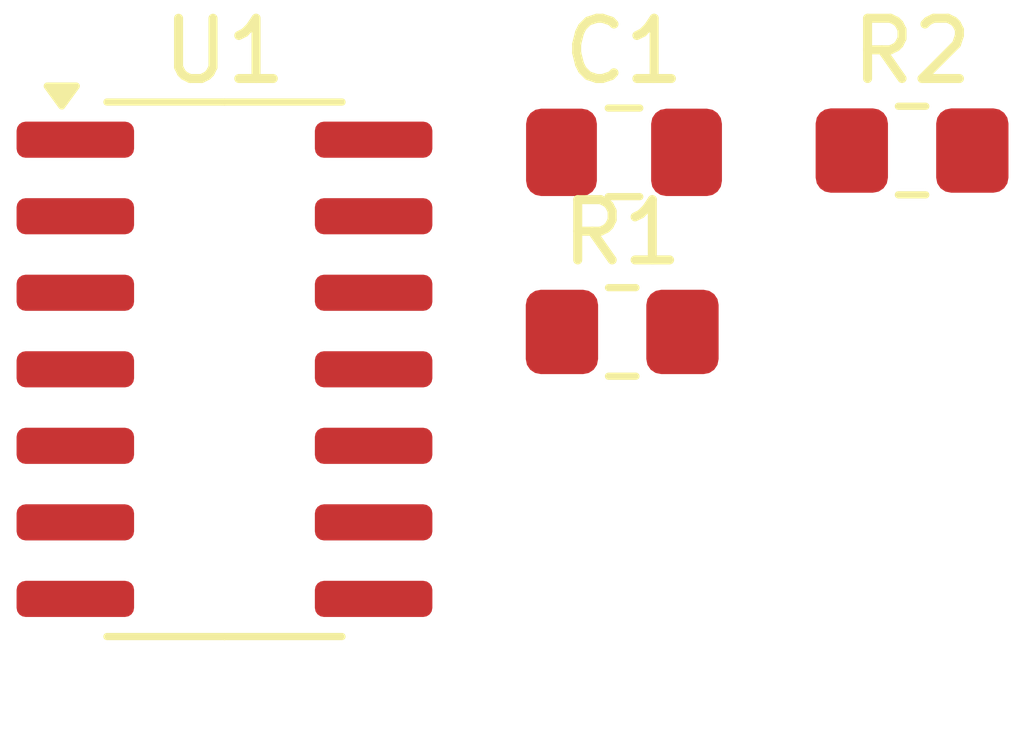
<source format=kicad_pcb>
(kicad_pcb (version 20240108) (generator "pcbnew") (generator_version "8.0")
  (layers (0 "F.Cu" signal) (31 "B.Cu" signal) (34 "B.Paste" user) (35 "F.Paste" user) (36 "B.SilkS" user "B.Silkscreen") (37 "F.SilkS" user "F.Silkscreen") (38 "B.Mask" user) (39 "F.Mask" user) (44 "Edge.Cuts" user))
  (net 0 "")
  (net 1 "Net-(C1-Pad1)")
  (net 2 "Net-(C1-Pad2)")
  (net 3 "Net-(R1-Pad2)")
  (net 4 "Net-(R2-Pad2)")
  (net 5 "GND")
  (net 6 "VCC")
  (footprint "Resistor_SMD:R_0805_2012Metric_Pad1.20x1.40mm_HandSolder" (layer "F.Cu") (at 136.225 85.695)
    (property "Reference" "R2" (at 0 -1.65 0) (layer "F.SilkS"))
    (property "Value" "R")
    (fp_line (start -0.227064 -0.735) (end 0.227064 -0.735) (stroke (width 0.12)) (layer "F.SilkS"))
    (fp_line (start -0.227064 0.735) (end 0.227064 0.735) (stroke (width 0.12)) (layer "F.SilkS"))
    (pad "1" smd roundrect (at -1 0) (size 1.2 1.4) (layers "F.Cu" "F.Paste" "F.Mask") (roundrect_rratio 0.208333) (net 1 "Net-(C1-Pad1)"))
    (pad "2" smd roundrect (at 1 0) (size 1.2 1.4) (layers "F.Cu" "F.Paste" "F.Mask") (roundrect_rratio 0.208333) (net 4 "Net-(R2-Pad2)"))
  )
  (footprint "Resistor_SMD:R_0805_2012Metric_Pad1.20x1.40mm_HandSolder" (layer "F.Cu") (at 131.415 88.705)
    (property "Reference" "R1" (at 0 -1.65 0) (layer "F.SilkS"))
    (property "Value" "R")
    (fp_line (start -0.227064 -0.735) (end 0.227064 -0.735) (stroke (width 0.12)) (layer "F.SilkS"))
    (fp_line (start -0.227064 0.735) (end 0.227064 0.735) (stroke (width 0.12)) (layer "F.SilkS"))
    (pad "1" smd roundrect (at -1 0) (size 1.2 1.4) (layers "F.Cu" "F.Paste" "F.Mask") (roundrect_rratio 0.208333) (net 1 "Net-(C1-Pad1)"))
    (pad "2" smd roundrect (at 1 0) (size 1.2 1.4) (layers "F.Cu" "F.Paste" "F.Mask") (roundrect_rratio 0.208333) (net 3 "Net-(R1-Pad2)"))
  )
  (footprint "Capacitor_SMD:C_0805_2012Metric_Pad1.18x1.45mm_HandSolder" (layer "F.Cu") (at 131.445 85.725)
    (property "Reference" "C1" (at 0 -1.68 0) (layer "F.SilkS"))
    (property "Value" "C")
    (fp_line (start -0.261252 -0.735) (end 0.261252 -0.735) (stroke (width 0.12)) (layer "F.SilkS"))
    (fp_line (start -0.261252 0.735) (end 0.261252 0.735) (stroke (width 0.12)) (layer "F.SilkS"))
    (pad "1" smd roundrect (at -1.0375 0) (size 1.175 1.45) (layers "F.Cu" "F.Paste" "F.Mask") (roundrect_rratio 0.212766) (net 1 "Net-(C1-Pad1)"))
    (pad "2" smd roundrect (at 1.0375 0) (size 1.175 1.45) (layers "F.Cu" "F.Paste" "F.Mask") (roundrect_rratio 0.212766) (net 2 "Net-(C1-Pad2)"))
  )
  (footprint "Package_SO:SOIC-14_3.9x8.7mm_P1.27mm" (layer "F.Cu") (at 124.815 89.325)
    (property "Reference" "U1" (at 0 -5.28 0) (layer "F.SilkS"))
    (property "Value" "74HC00")
    (fp_line (start 0 -4.435) (end -1.95 -4.435) (stroke (width 0.12)) (layer "F.SilkS"))
    (fp_line (start 0 -4.435) (end 1.95 -4.435) (stroke (width 0.12)) (layer "F.SilkS"))
    (fp_line (start 0 4.435) (end -1.95 4.435) (stroke (width 0.12)) (layer "F.SilkS"))
    (fp_line (start 0 4.435) (end 1.95 4.435) (stroke (width 0.12)) (layer "F.SilkS"))
    (fp_poly (pts (xy -2.7 -4.37) (xy -2.94 -4.7) (xy -2.46 -4.7) (xy -2.7 -4.37)) (stroke (width 0.12)) (fill solid) (layer "F.SilkS"))
    (pad "1" smd roundrect (at -2.475 -3.81) (size 1.95 0.6) (layers "F.Cu" "F.Paste" "F.Mask") (net 3 "Net-(R1-Pad2)"))
    (pad "2" smd roundrect (at -2.475 -2.54) (size 1.95 0.6) (layers "F.Cu" "F.Paste" "F.Mask") (net 3 "Net-(R1-Pad2)"))
    (pad "3" smd roundrect (at -2.475 -1.27) (size 1.95 0.6) (layers "F.Cu" "F.Paste" "F.Mask") (net 4 "Net-(R2-Pad2)"))
    (pad "4" smd roundrect (at -2.475 0) (size 1.95 0.6) (layers "F.Cu" "F.Paste" "F.Mask") (net 4 "Net-(R2-Pad2)"))
    (pad "5" smd roundrect (at -2.475 1.27) (size 1.95 0.6) (layers "F.Cu" "F.Paste" "F.Mask") (net 4 "Net-(R2-Pad2)"))
    (pad "6" smd roundrect (at -2.475 2.54) (size 1.95 0.6) (layers "F.Cu" "F.Paste" "F.Mask") (net 2 "Net-(C1-Pad2)"))
    (pad "7" smd roundrect (at -2.475 3.81) (size 1.95 0.6) (layers "F.Cu" "F.Paste" "F.Mask") (net 5 "GND"))
    (pad "8" smd roundrect (at 2.475 3.81) (size 1.95 0.6) (layers "F.Cu" "F.Paste" "F.Mask"))
    (pad "9" smd roundrect (at 2.475 2.54) (size 1.95 0.6) (layers "F.Cu" "F.Paste" "F.Mask"))
    (pad "10" smd roundrect (at 2.475 1.27) (size 1.95 0.6) (layers "F.Cu" "F.Paste" "F.Mask"))
    (pad "11" smd roundrect (at 2.475 0) (size 1.95 0.6) (layers "F.Cu" "F.Paste" "F.Mask"))
    (pad "12" smd roundrect (at 2.475 -1.27) (size 1.95 0.6) (layers "F.Cu" "F.Paste" "F.Mask"))
    (pad "13" smd roundrect (at 2.475 -2.54) (size 1.95 0.6) (layers "F.Cu" "F.Paste" "F.Mask"))
    (pad "14" smd roundrect (at 2.475 -3.81) (size 1.95 0.6) (layers "F.Cu" "F.Paste" "F.Mask") (net 6 "VCC"))
  )
)
</source>
